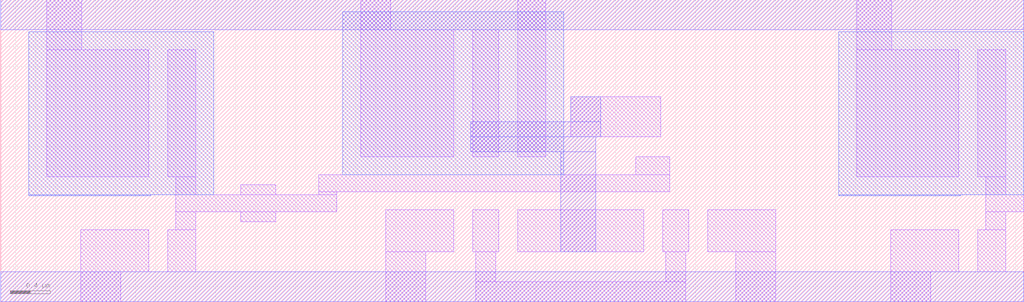
<source format=lef>
VERSION 5.7 ;
  NOWIREEXTENSIONATPIN ON ;
  DIVIDERCHAR "/" ;
  BUSBITCHARS "[]" ;
MACRO and2b
  CLASS BLOCK ;
  FOREIGN and2b ;
  ORIGIN 1.750 0.350 ;
  SIZE 10.230 BY 3.020 ;
  OBS
      LAYER nwell ;
        RECT -1.470 0.720 0.380 2.350 ;
        RECT 1.670 0.920 3.880 2.550 ;
        RECT 6.630 0.720 8.480 2.350 ;
        RECT -1.470 0.710 -0.250 0.720 ;
        RECT 6.630 0.710 7.850 0.720 ;
      LAYER li1 ;
        RECT -1.290 2.170 -0.940 2.670 ;
        RECT 1.850 2.370 2.150 2.670 ;
        RECT -1.290 0.900 -0.270 2.170 ;
        RECT -0.080 0.900 0.200 2.170 ;
        RECT 1.850 1.100 2.780 2.370 ;
        RECT 2.970 1.100 3.230 2.370 ;
        RECT 3.420 1.100 3.700 2.670 ;
        RECT 6.810 2.170 7.160 2.670 ;
        RECT 3.950 1.300 4.850 1.700 ;
        RECT 4.600 0.920 4.940 1.100 ;
        RECT 0.000 0.720 0.200 0.900 ;
        RECT 0.650 0.720 1.000 0.820 ;
        RECT 1.430 0.750 4.940 0.920 ;
        RECT 6.810 0.900 7.830 2.170 ;
        RECT 8.020 0.900 8.300 2.170 ;
        RECT 1.430 0.720 1.610 0.750 ;
        RECT 0.000 0.550 1.610 0.720 ;
        RECT 8.100 0.720 8.300 0.900 ;
        RECT 0.000 0.370 0.200 0.550 ;
        RECT 0.650 0.450 1.000 0.550 ;
        RECT -0.950 -0.050 -0.270 0.370 ;
        RECT -0.080 -0.050 0.200 0.370 ;
        RECT 2.100 0.150 2.780 0.570 ;
        RECT 2.970 0.150 3.230 0.570 ;
        RECT 3.420 0.150 4.680 0.570 ;
        RECT 4.870 0.150 5.130 0.570 ;
        RECT 5.320 0.150 6.000 0.570 ;
        RECT 8.100 0.550 8.480 0.720 ;
        RECT 8.100 0.370 8.300 0.550 ;
        RECT -0.950 -0.350 -0.550 -0.050 ;
        RECT 2.100 -0.350 2.500 0.150 ;
        RECT 3.000 -0.150 3.200 0.150 ;
        RECT 4.900 -0.150 5.100 0.150 ;
        RECT 3.000 -0.350 5.100 -0.150 ;
        RECT 5.600 -0.350 6.000 0.150 ;
        RECT 7.150 -0.050 7.830 0.370 ;
        RECT 8.020 -0.050 8.300 0.370 ;
        RECT 7.150 -0.350 7.550 -0.050 ;
      LAYER met1 ;
        RECT -1.750 2.370 8.480 2.670 ;
        RECT 3.950 1.450 4.250 1.700 ;
        RECT 2.950 1.300 4.250 1.450 ;
        RECT 2.950 1.150 4.200 1.300 ;
        RECT 3.850 0.150 4.200 1.150 ;
        RECT -1.750 -0.350 8.480 -0.050 ;
  END
END and2b
END LIBRARY


</source>
